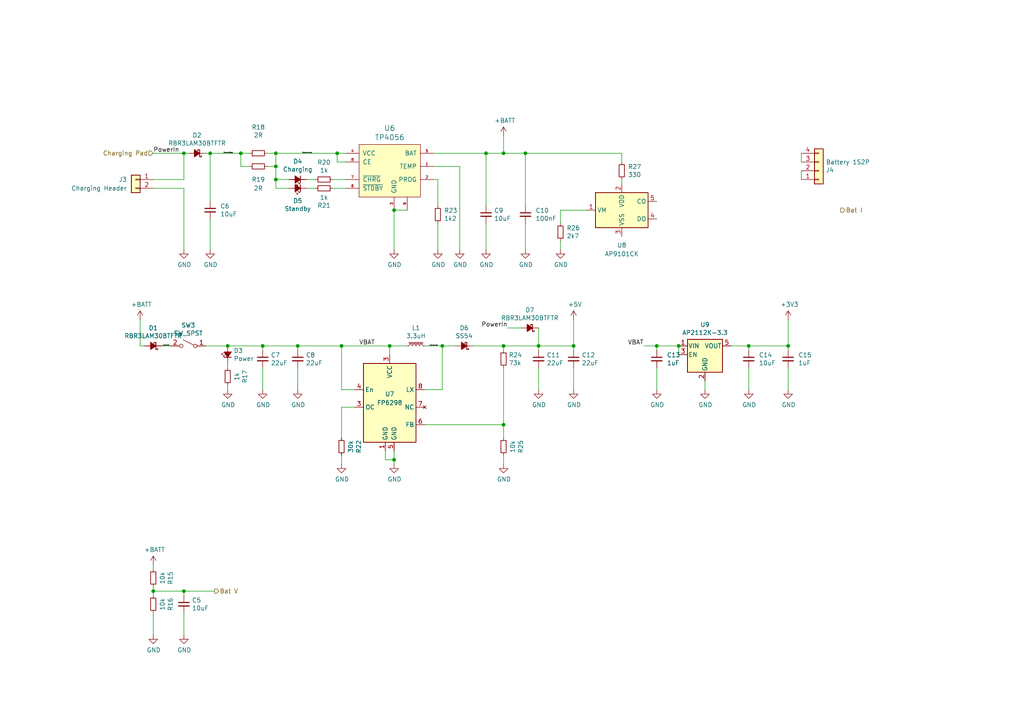
<source format=kicad_sch>
(kicad_sch (version 20210621) (generator eeschema)
  (paper "A4")
  (title_block (title "Swarmbot") (date "2021-10-10") (company "Philip McGaw"))
  (lib_symbols
    (symbol "Battery_Management:AP9101CK"
      (property "Reference" "U" (at -7.62 6.35 0))
      (property "Value" "AP9101CK" (at 6.35 6.35 0))
      (symbol "AP9101CK_0_1"
        (rectangle (start -7.62 5.08) (end 7.62 -5.08) (stroke (width 0.254)) (fill (type background)))
      )
      (symbol "AP9101CK_1_1"
        (pin passive line (at -10.16 0 0) (length 2.54) (name "VM") (number "1"))
        (pin power_in line (at 0 7.62 270) (length 2.54) (name "VDD") (number "2"))
        (pin power_in line (at 0 -7.62 90) (length 2.54) (name "VSS") (number "3"))
        (pin output line (at 10.16 -2.54 180) (length 2.54) (name "DO") (number "4"))
        (pin output line (at 10.16 2.54 180) (length 2.54) (name "CO") (number "5"))
      )
    )
    (symbol "Connector_Generic:Conn_01x02" (pin_names (offset 1.016) hide)
      (property "Reference" "J" (at 0 2.54 0))
      (property "Value" "Conn_01x02" (at 0 -5.08 0))
      (symbol "Conn_01x02_1_1"
        (rectangle (start -1.27 -2.413) (end 0 -2.667) (stroke (width 0.1524)))
        (rectangle (start -1.27 0.127) (end 0 -0.127) (stroke (width 0.1524)))
        (rectangle (start -1.27 1.27) (end 1.27 -3.81) (stroke (width 0.254)) (fill (type background)))
        (pin passive line (at -5.08 0 0) (length 3.81) (name "Pin_1") (number "1"))
        (pin passive line (at -5.08 -2.54 0) (length 3.81) (name "Pin_2") (number "2"))
      )
    )
    (symbol "Connector_Generic:Conn_01x04" (pin_names (offset 1.016) hide)
      (property "Reference" "J" (at 0 5.08 0))
      (property "Value" "Conn_01x04" (at 0 -7.62 0))
      (symbol "Conn_01x04_1_1"
        (rectangle (start -1.27 -4.953) (end 0 -5.207) (stroke (width 0.1524)))
        (rectangle (start -1.27 -2.413) (end 0 -2.667) (stroke (width 0.1524)))
        (rectangle (start -1.27 0.127) (end 0 -0.127) (stroke (width 0.1524)))
        (rectangle (start -1.27 2.667) (end 0 2.413) (stroke (width 0.1524)))
        (rectangle (start -1.27 3.81) (end 1.27 -6.35) (stroke (width 0.254)) (fill (type background)))
        (pin passive line (at -5.08 2.54 0) (length 3.81) (name "Pin_1") (number "1"))
        (pin passive line (at -5.08 0 0) (length 3.81) (name "Pin_2") (number "2"))
        (pin passive line (at -5.08 -2.54 0) (length 3.81) (name "Pin_3") (number "3"))
        (pin passive line (at -5.08 -5.08 0) (length 3.81) (name "Pin_4") (number "4"))
      )
    )
    (symbol "Device:C_Small" (pin_numbers hide) (pin_names (offset 0.254) hide)
      (property "Reference" "C" (at 0.254 1.778 0))
      (property "Value" "C_Small" (at 0.254 -2.032 0))
      (symbol "C_Small_0_1"
        (polyline (pts (xy -1.524 -0.508) (xy 1.524 -0.508)) (stroke (width 0.3302)))
        (polyline (pts (xy -1.524 0.508) (xy 1.524 0.508)) (stroke (width 0.3048)))
      )
      (symbol "C_Small_1_1"
        (pin passive line (at 0 2.54 270) (length 2.032) (name "~") (number "1"))
        (pin passive line (at 0 -2.54 90) (length 2.032) (name "~") (number "2"))
      )
    )
    (symbol "Device:D_Schottky_Small_ALT" (pin_numbers hide) (pin_names (offset 0.254) hide)
      (property "Reference" "D" (at -1.27 2.032 0))
      (property "Value" "Device_D_Schottky_Small_ALT" (at -7.112 -2.032 0))
      (symbol "D_Schottky_Small_ALT_0_1"
        (polyline (pts (xy -0.762 0) (xy 0.762 0)))
        (polyline (pts (xy -1.27 0.762) (xy -1.27 1.016) (xy -0.762 1.016) (xy -0.762 -1.016) (xy -0.254 -1.016) (xy -0.254 -0.762)) (stroke (width 0.254)))
        (polyline (pts (xy 0.762 -1.016) (xy -0.762 0) (xy 0.762 1.016) (xy 0.762 -1.016)) (stroke (width 0.254)) (fill (type outline)))
      )
      (symbol "D_Schottky_Small_ALT_1_1"
        (pin passive line (at -2.54 0 0) (length 1.778) (name "K") (number "1"))
        (pin passive line (at 2.54 0 180) (length 1.778) (name "A") (number "2"))
      )
    )
    (symbol "Device:LED_Small_ALT" (pin_numbers hide) (pin_names (offset 0.254) hide)
      (property "Reference" "D" (at -1.27 3.175 0))
      (property "Value" "Device_LED_Small_ALT" (at -4.445 -2.54 0))
      (symbol "LED_Small_ALT_0_1"
        (polyline (pts (xy -0.762 -1.016) (xy -0.762 1.016)) (stroke (width 0.254)))
        (polyline (pts (xy 1.016 0) (xy -0.762 0)))
        (polyline (pts (xy 0 0.762) (xy -0.508 1.27) (xy -0.254 1.27) (xy -0.508 1.27) (xy -0.508 1.016)))
        (polyline (pts (xy 0.508 1.27) (xy 0 1.778) (xy 0.254 1.778) (xy 0 1.778) (xy 0 1.524)))
        (polyline (pts (xy 0.762 -1.016) (xy -0.762 0) (xy 0.762 1.016) (xy 0.762 -1.016)) (stroke (width 0.254)) (fill (type outline)))
      )
      (symbol "LED_Small_ALT_1_1"
        (pin passive line (at -2.54 0 0) (length 1.778) (name "K") (number "1"))
        (pin passive line (at 2.54 0 180) (length 1.778) (name "A") (number "2"))
      )
    )
    (symbol "Device:L_Core_Iron_Small" (pin_numbers hide) (pin_names (offset 0.254) hide)
      (property "Reference" "L" (at 1.27 1.016 0))
      (property "Value" "Device_L_Core_Iron_Small" (at 1.27 -1.27 0))
      (symbol "L_Core_Iron_Small_0_1"
        (arc (start 0 -2.032) (end 0 -1.016) (radius (at 0 -1.524) (length 0.508) (angles -89.9 89.9)))
        (arc (start 0 -1.016) (end 0 0) (radius (at 0 -0.508) (length 0.508) (angles -89.9 89.9)))
        (arc (start 0 0) (end 0 1.016) (radius (at 0 0.508) (length 0.508) (angles -89.9 89.9)))
        (arc (start 0 1.016) (end 0 2.032) (radius (at 0 1.524) (length 0.508) (angles -89.9 89.9)))
        (polyline (pts (xy 0.762 2.032) (xy 0.762 -2.032)))
        (polyline (pts (xy 1.016 -2.032) (xy 1.016 2.032)))
      )
      (symbol "L_Core_Iron_Small_1_1"
        (pin passive line (at 0 2.54 270) (length 0.508) (name "~") (number "1"))
        (pin passive line (at 0 -2.54 90) (length 0.508) (name "~") (number "2"))
      )
    )
    (symbol "Device:R_Small" (pin_numbers hide) (pin_names (offset 0.254) hide)
      (property "Reference" "R" (at 0.762 0.508 0))
      (property "Value" "R_Small" (at 0.762 -1.016 0))
      (symbol "R_Small_0_1"
        (rectangle (start -0.762 1.778) (end 0.762 -1.778) (stroke (width 0.2032)))
      )
      (symbol "R_Small_1_1"
        (pin passive line (at 0 2.54 270) (length 0.762) (name "~") (number "1"))
        (pin passive line (at 0 -2.54 90) (length 0.762) (name "~") (number "2"))
      )
    )
    (symbol "FP6298:FP6298"
      (property "Reference" "U" (at -8.89 -8.89 0))
      (property "Value" "FP6298" (at -8.89 -11.43 0))
      (symbol "FP6298_0_1"
        (rectangle (start -7.62 -12.7) (end 7.62 10.16) (stroke (width 0.254)) (fill (type background)))
      )
      (symbol "FP6298_1_1"
        (pin power_in line (at -1.27 -15.24 90) (length 2.54) (name "GND") (number "1"))
        (pin input line (at -10.16 -2.54 0) (length 2.54) (name "OC") (number "3"))
        (pin power_in line (at 0 12.7 270) (length 2.54) (name "VCC") (number "3"))
        (pin input line (at -10.16 2.54 0) (length 2.54) (name "En") (number "4"))
        (pin power_in line (at 1.27 -15.24 90) (length 2.54) (name "GND") (number "5"))
        (pin output line (at 10.16 -7.62 180) (length 2.54) (name "FB") (number "6"))
        (pin no_connect line (at 10.16 -2.54 180) (length 2.54) (name "NC") (number "7"))
        (pin output line (at 10.16 2.54 180) (length 2.54) (name "LX") (number "8"))
      )
    )
    (symbol "Regulator_Linear:AP2112K-3.3" (pin_names (offset 0.254))
      (property "Reference" "U" (at -5.08 5.715 0))
      (property "Value" "AP2112K-3.3" (at 0 5.715 0))
      (symbol "AP2112K-3.3_0_1"
        (rectangle (start -5.08 4.445) (end 5.08 -5.08) (stroke (width 0.254)) (fill (type background)))
      )
      (symbol "AP2112K-3.3_1_1"
        (pin power_in line (at -7.62 2.54 0) (length 2.54) (name "VIN") (number "1"))
        (pin power_in line (at 0 -7.62 90) (length 2.54) (name "GND") (number "2"))
        (pin input line (at -7.62 0 0) (length 2.54) (name "EN") (number "3"))
        (pin no_connect line (at 5.08 0 180) (length 2.54) hide (name "NC") (number "4"))
        (pin power_out line (at 7.62 2.54 180) (length 2.54) (name "VOUT") (number "5"))
      )
    )
    (symbol "Switch:SW_SPST" (pin_names (offset 0) hide)
      (property "Reference" "SW" (at 0 3.175 0))
      (property "Value" "SW_SPST" (at 0 -2.54 0))
      (symbol "SW_SPST_0_0"
        (circle (center -2.032 0) (radius 0.508))
        (circle (center 2.032 0) (radius 0.508))
        (polyline (pts (xy -1.524 0.254) (xy 1.524 1.778)))
      )
      (symbol "SW_SPST_1_1"
        (pin passive line (at -5.08 0 0) (length 2.54) (name "A") (number "1"))
        (pin passive line (at 5.08 0 180) (length 2.54) (name "B") (number "2"))
      )
    )
    (symbol "TP4056:TP4056" (pin_names (offset 1.016))
      (property "Reference" "U4" (at 0 13.6398 0))
      (property "Value" "TP4056" (at 0 10.9474 0))
      (symbol "TP4056_0_1"
        (rectangle (start -8.89 8.89) (end 8.89 -6.35) (fill (type background)))
      )
      (symbol "TP4056_1_1"
        (pin passive line (at 12.7 2.54 180) (length 3.81) (name "TEMP") (number "1"))
        (pin passive line (at 12.7 -1.27 180) (length 3.81) (name "PROG") (number "2"))
        (pin power_in line (at 1.27 -10.16 90) (length 3.81) (name "GND") (number "3"))
        (pin power_in line (at -12.7 6.35 0) (length 3.81) (name "VCC") (number "4"))
        (pin power_out line (at 12.7 6.35 180) (length 3.81) (name "BAT") (number "5"))
        (pin open_collector line (at -12.7 -3.81 0) (length 3.81) (name "~{STDBY}") (number "6"))
        (pin open_collector line (at -12.7 -1.27 0) (length 3.81) (name "~{CHRG}") (number "7"))
        (pin input line (at -12.7 3.81 0) (length 3.81) (name "CE") (number "8"))
        (pin power_in line (at 5.08 -10.16 90) (length 3.81) (name "~") (number "9"))
      )
    )
    (symbol "power:+3V3" (power) (pin_names (offset 0))
      (property "Value" "+3V3" (at 0 3.556 0))
      (symbol "+3V3_0_1"
        (polyline (pts (xy -0.762 1.27) (xy 0 2.54)))
        (polyline (pts (xy 0 0) (xy 0 2.54)))
        (polyline (pts (xy 0 2.54) (xy 0.762 1.27)))
      )
      (symbol "+3V3_1_1"
        (pin power_in line (at 0 0 90) (length 0) hide (name "+3V3") (number "1"))
      )
    )
    (symbol "power:+5V" (power) (pin_names (offset 0))
      (property "Value" "+5V" (at 0 3.556 0))
      (symbol "+5V_0_1"
        (polyline (pts (xy -0.762 1.27) (xy 0 2.54)))
        (polyline (pts (xy 0 0) (xy 0 2.54)))
        (polyline (pts (xy 0 2.54) (xy 0.762 1.27)))
      )
      (symbol "+5V_1_1"
        (pin power_in line (at 0 0 90) (length 0) hide (name "+5V") (number "1"))
      )
    )
    (symbol "power:+BATT" (power) (pin_names (offset 0))
      (property "Value" "+BATT" (at 0 3.556 0))
      (symbol "+BATT_0_1"
        (polyline (pts (xy -0.762 1.27) (xy 0 2.54)))
        (polyline (pts (xy 0 0) (xy 0 2.54)))
        (polyline (pts (xy 0 2.54) (xy 0.762 1.27)))
      )
      (symbol "+BATT_1_1"
        (pin power_in line (at 0 0 90) (length 0) hide (name "+BATT") (number "1"))
      )
    )
    (symbol "power:GND" (power) (pin_names (offset 0))
      (property "Value" "GND" (at 0 -3.81 0))
      (symbol "GND_0_1"
        (polyline (pts (xy 0 0) (xy 0 -1.27) (xy 1.27 -1.27) (xy 0 -2.54) (xy -1.27 -1.27) (xy 0 -1.27)))
      )
      (symbol "GND_1_1"
        (pin power_in line (at 0 0 270) (length 0) hide (name "GND") (number "1"))
      )
    )
  )
  (junction (at 44.45 171.45))
  (junction (at 53.34 44.45))
  (junction (at 53.34 171.45))
  (junction (at 60.96 44.45))
  (junction (at 66.04 100.33))
  (junction (at 69.85 44.45))
  (junction (at 76.2 100.33))
  (junction (at 80.01 44.45))
  (junction (at 80.01 48.26))
  (junction (at 80.01 52.07))
  (junction (at 86.36 100.33))
  (junction (at 97.79 44.45))
  (junction (at 99.06 100.33))
  (junction (at 113.03 100.33))
  (junction (at 114.3 60.96))
  (junction (at 114.3 133.35))
  (junction (at 128.27 100.33))
  (junction (at 140.97 44.45))
  (junction (at 146.05 44.45))
  (junction (at 146.05 100.33))
  (junction (at 146.05 123.19))
  (junction (at 152.4 44.45))
  (junction (at 156.21 100.33))
  (junction (at 166.37 100.33))
  (junction (at 190.5 100.33))
  (junction (at 196.85 100.33))
  (junction (at 217.17 100.33))
  (junction (at 228.6 100.33))
  (wire (pts (xy 40.64 92.71) (xy 40.64 100.33)))
  (wire (pts (xy 40.64 100.33) (xy 41.91 100.33)))
  (wire (pts (xy 44.45 44.45) (xy 53.34 44.45)))
  (wire (pts (xy 44.45 54.61) (xy 53.34 54.61)))
  (wire (pts (xy 44.45 163.83) (xy 44.45 165.1)))
  (wire (pts (xy 44.45 170.18) (xy 44.45 171.45)))
  (wire (pts (xy 44.45 171.45) (xy 44.45 172.72)))
  (wire (pts (xy 44.45 171.45) (xy 53.34 171.45)))
  (wire (pts (xy 44.45 177.8) (xy 44.45 184.15)))
  (wire (pts (xy 46.99 100.33) (xy 49.53 100.33)))
  (wire (pts (xy 53.34 44.45) (xy 53.34 52.07)))
  (wire (pts (xy 53.34 52.07) (xy 44.45 52.07)))
  (wire (pts (xy 53.34 54.61) (xy 53.34 72.39)))
  (wire (pts (xy 53.34 171.45) (xy 62.23 171.45)))
  (wire (pts (xy 53.34 172.72) (xy 53.34 171.45)))
  (wire (pts (xy 53.34 184.15) (xy 53.34 177.8)))
  (wire (pts (xy 54.61 44.45) (xy 53.34 44.45)))
  (wire (pts (xy 59.69 44.45) (xy 60.96 44.45)))
  (wire (pts (xy 59.69 100.33) (xy 66.04 100.33)))
  (wire (pts (xy 60.96 44.45) (xy 60.96 58.42)))
  (wire (pts (xy 60.96 44.45) (xy 69.85 44.45)))
  (wire (pts (xy 60.96 63.5) (xy 60.96 72.39)))
  (wire (pts (xy 66.04 100.33) (xy 76.2 100.33)))
  (wire (pts (xy 66.04 105.41) (xy 66.04 106.68)))
  (wire (pts (xy 66.04 111.76) (xy 66.04 113.03)))
  (wire (pts (xy 69.85 44.45) (xy 72.39 44.45)))
  (wire (pts (xy 69.85 48.26) (xy 69.85 44.45)))
  (wire (pts (xy 69.85 48.26) (xy 72.39 48.26)))
  (wire (pts (xy 76.2 100.33) (xy 76.2 101.6)))
  (wire (pts (xy 76.2 113.03) (xy 76.2 106.68)))
  (wire (pts (xy 77.47 44.45) (xy 80.01 44.45)))
  (wire (pts (xy 77.47 48.26) (xy 80.01 48.26)))
  (wire (pts (xy 80.01 44.45) (xy 97.79 44.45)))
  (wire (pts (xy 80.01 48.26) (xy 80.01 44.45)))
  (wire (pts (xy 80.01 52.07) (xy 80.01 48.26)))
  (wire (pts (xy 80.01 54.61) (xy 80.01 52.07)))
  (wire (pts (xy 83.82 52.07) (xy 80.01 52.07)))
  (wire (pts (xy 83.82 54.61) (xy 80.01 54.61)))
  (wire (pts (xy 86.36 100.33) (xy 76.2 100.33)))
  (wire (pts (xy 86.36 100.33) (xy 86.36 101.6)))
  (wire (pts (xy 86.36 100.33) (xy 99.06 100.33)))
  (wire (pts (xy 86.36 113.03) (xy 86.36 106.68)))
  (wire (pts (xy 91.44 52.07) (xy 88.9 52.07)))
  (wire (pts (xy 91.44 54.61) (xy 88.9 54.61)))
  (wire (pts (xy 97.79 46.99) (xy 97.79 44.45)))
  (wire (pts (xy 99.06 113.03) (xy 99.06 100.33)))
  (wire (pts (xy 99.06 118.11) (xy 102.87 118.11)))
  (wire (pts (xy 99.06 127) (xy 99.06 118.11)))
  (wire (pts (xy 99.06 134.62) (xy 99.06 132.08)))
  (wire (pts (xy 100.33 44.45) (xy 97.79 44.45)))
  (wire (pts (xy 100.33 46.99) (xy 97.79 46.99)))
  (wire (pts (xy 100.33 52.07) (xy 96.52 52.07)))
  (wire (pts (xy 100.33 54.61) (xy 96.52 54.61)))
  (wire (pts (xy 102.87 113.03) (xy 99.06 113.03)))
  (wire (pts (xy 111.76 130.81) (xy 111.76 133.35)))
  (wire (pts (xy 111.76 133.35) (xy 114.3 133.35)))
  (wire (pts (xy 113.03 100.33) (xy 99.06 100.33)))
  (wire (pts (xy 113.03 102.87) (xy 113.03 100.33)))
  (wire (pts (xy 114.3 60.96) (xy 114.3 72.39)))
  (wire (pts (xy 114.3 133.35) (xy 114.3 130.81)))
  (wire (pts (xy 114.3 134.62) (xy 114.3 133.35)))
  (wire (pts (xy 118.11 60.96) (xy 114.3 60.96)))
  (wire (pts (xy 118.11 100.33) (xy 113.03 100.33)))
  (wire (pts (xy 123.19 113.03) (xy 128.27 113.03)))
  (wire (pts (xy 125.73 48.26) (xy 133.35 48.26)))
  (wire (pts (xy 125.73 52.07) (xy 127 52.07)))
  (wire (pts (xy 127 52.07) (xy 127 59.69)))
  (wire (pts (xy 127 64.77) (xy 127 72.39)))
  (wire (pts (xy 128.27 100.33) (xy 123.19 100.33)))
  (wire (pts (xy 128.27 113.03) (xy 128.27 100.33)))
  (wire (pts (xy 132.08 100.33) (xy 128.27 100.33)))
  (wire (pts (xy 133.35 48.26) (xy 133.35 72.39)))
  (wire (pts (xy 137.16 100.33) (xy 146.05 100.33)))
  (wire (pts (xy 140.97 44.45) (xy 125.73 44.45)))
  (wire (pts (xy 140.97 59.69) (xy 140.97 44.45)))
  (wire (pts (xy 140.97 72.39) (xy 140.97 64.77)))
  (wire (pts (xy 146.05 39.37) (xy 146.05 44.45)))
  (wire (pts (xy 146.05 44.45) (xy 140.97 44.45)))
  (wire (pts (xy 146.05 44.45) (xy 152.4 44.45)))
  (wire (pts (xy 146.05 100.33) (xy 156.21 100.33)))
  (wire (pts (xy 146.05 101.6) (xy 146.05 100.33)))
  (wire (pts (xy 146.05 106.68) (xy 146.05 123.19)))
  (wire (pts (xy 146.05 123.19) (xy 123.19 123.19)))
  (wire (pts (xy 146.05 127) (xy 146.05 123.19)))
  (wire (pts (xy 146.05 134.62) (xy 146.05 132.08)))
  (wire (pts (xy 147.193 95.123) (xy 151.13 95.123)))
  (wire (pts (xy 152.4 44.45) (xy 152.4 59.69)))
  (wire (pts (xy 152.4 44.45) (xy 180.34 44.45)))
  (wire (pts (xy 152.4 64.77) (xy 152.4 72.39)))
  (wire (pts (xy 156.21 95.123) (xy 156.21 100.33)))
  (wire (pts (xy 156.21 100.33) (xy 156.21 101.6)))
  (wire (pts (xy 156.21 100.33) (xy 166.37 100.33)))
  (wire (pts (xy 156.21 113.03) (xy 156.21 106.68)))
  (wire (pts (xy 162.56 60.96) (xy 162.56 64.77)))
  (wire (pts (xy 162.56 60.96) (xy 170.18 60.96)))
  (wire (pts (xy 162.56 69.85) (xy 162.56 72.39)))
  (wire (pts (xy 166.37 92.71) (xy 166.37 100.33)))
  (wire (pts (xy 166.37 101.6) (xy 166.37 100.33)))
  (wire (pts (xy 166.37 113.03) (xy 166.37 106.68)))
  (wire (pts (xy 180.34 44.45) (xy 180.34 46.99)))
  (wire (pts (xy 180.34 52.07) (xy 180.34 53.34)))
  (wire (pts (xy 186.69 100.33) (xy 190.5 100.33)))
  (wire (pts (xy 190.5 100.33) (xy 190.5 101.6)))
  (wire (pts (xy 190.5 100.33) (xy 196.85 100.33)))
  (wire (pts (xy 190.5 106.68) (xy 190.5 113.03)))
  (wire (pts (xy 196.85 102.87) (xy 196.85 100.33)))
  (wire (pts (xy 204.47 110.49) (xy 204.47 113.03)))
  (wire (pts (xy 212.09 100.33) (xy 217.17 100.33)))
  (wire (pts (xy 217.17 100.33) (xy 217.17 101.6)))
  (wire (pts (xy 217.17 100.33) (xy 228.6 100.33)))
  (wire (pts (xy 217.17 106.68) (xy 217.17 113.03)))
  (wire (pts (xy 228.6 92.71) (xy 228.6 100.33)))
  (wire (pts (xy 228.6 100.33) (xy 228.6 101.6)))
  (wire (pts (xy 228.6 106.68) (xy 228.6 113.03)))
  (wire (pts (xy 232.41 44.45) (xy 232.41 46.99)))
  (wire (pts (xy 232.41 49.53) (xy 232.41 52.07)))
  (label "PowerIn" (at 44.45 44.45 0))
  (label "+BatDiode" (at 46.99 100.33 0) (effects (font (size 0.27 0.27))))
  (label "PowerInDiode" (at 64.77 44.45 0) (effects (font (size 0.27 0.27))))
  (label "PowerInInrush" (at 87.63 44.45 0) (effects (font (size 0.27 0.27))))
  (label "VBAT" (at 104.14 100.33 0))
  (label "vbatInductor" (at 124.46 100.33 0) (effects (font (size 0.27 0.27))))
  (label "PowerIn" (at 147.193 95.123 180))
  (label "VBAT" (at 186.69 100.33 180))
  (hierarchical_label "Charging Pad" (shape input) (at 44.4246 44.4246 180))
  (hierarchical_label "Bat V" (shape output) (at 62.23 171.45 0))
  (hierarchical_label "Bat I" (shape output) (at 243.84 60.96 0))
  (symbol (lib_id "power:+BATT") (at 40.64 92.71 0) (unit 1)
    (property "Reference" "#PWR025" (effects hide))
    (property "Value" "+BATT" (at 41.021 88.3158 0))
  )
  (symbol (lib_id "power:+BATT") (at 44.45 163.83 0) (unit 1)
    (property "Reference" "#PWR026" (effects hide))
    (property "Value" "+BATT" (at 44.831 159.4358 0))
  )
  (symbol (lib_id "power:+BATT") (at 146.05 39.37 0) (unit 1)
    (property "Reference" "#PWR040" (effects hide))
    (property "Value" "+BATT" (at 146.431 34.9758 0))
  )
  (symbol (lib_id "power:+5V") (at 166.37 92.71 0) (unit 1)
    (property "Reference" "#PWR045" (effects hide))
    (property "Value" "+5V" (at 166.751 88.3158 0))
  )
  (symbol (lib_id "power:+3V3") (at 228.6 92.71 0) (unit 1)
    (property "Reference" "#PWR050" (effects hide))
    (property "Value" "+3V3" (at 228.981 88.3158 0))
  )
  (symbol (lib_id "power:GND") (at 44.45 184.15 0) (unit 1)
    (property "Reference" "#PWR027" (effects hide))
    (property "Value" "GND" (at 44.577 188.5442 0))
  )
  (symbol (lib_id "power:GND") (at 53.34 72.39 0) (unit 1)
    (property "Reference" "#PWR028" (effects hide))
    (property "Value" "GND" (at 53.467 76.7842 0))
  )
  (symbol (lib_id "power:GND") (at 53.34 184.15 0) (unit 1)
    (property "Reference" "#PWR029" (effects hide))
    (property "Value" "GND" (at 53.467 188.5442 0))
  )
  (symbol (lib_id "power:GND") (at 60.96 72.39 0) (unit 1)
    (property "Reference" "#PWR030" (effects hide))
    (property "Value" "GND" (at 61.087 76.7842 0))
  )
  (symbol (lib_id "power:GND") (at 66.04 113.03 0) (unit 1)
    (property "Reference" "#PWR031" (effects hide))
    (property "Value" "GND" (at 66.167 117.4242 0))
  )
  (symbol (lib_id "power:GND") (at 76.2 113.03 0) (unit 1)
    (property "Reference" "#PWR032" (effects hide))
    (property "Value" "GND" (at 76.327 117.4242 0))
  )
  (symbol (lib_id "power:GND") (at 86.36 113.03 0) (unit 1)
    (property "Reference" "#PWR033" (effects hide))
    (property "Value" "GND" (at 86.487 117.4242 0))
  )
  (symbol (lib_id "power:GND") (at 99.06 134.62 0) (unit 1)
    (property "Reference" "#PWR034" (effects hide))
    (property "Value" "GND" (at 99.187 139.0142 0))
  )
  (symbol (lib_id "power:GND") (at 114.3 72.39 0) (unit 1)
    (property "Reference" "#PWR035" (effects hide))
    (property "Value" "GND" (at 114.427 76.7842 0))
  )
  (symbol (lib_id "power:GND") (at 114.3 134.62 0) (unit 1)
    (property "Reference" "#PWR036" (effects hide))
    (property "Value" "GND" (at 114.427 139.0142 0))
  )
  (symbol (lib_id "power:GND") (at 127 72.39 0) (unit 1)
    (property "Reference" "#PWR037" (effects hide))
    (property "Value" "GND" (at 127.127 76.7842 0))
  )
  (symbol (lib_id "power:GND") (at 133.35 72.39 0) (unit 1)
    (property "Reference" "#PWR038" (effects hide))
    (property "Value" "GND" (at 133.477 76.7842 0))
  )
  (symbol (lib_id "power:GND") (at 140.97 72.39 0) (unit 1)
    (property "Reference" "#PWR039" (effects hide))
    (property "Value" "GND" (at 141.097 76.7842 0))
  )
  (symbol (lib_id "power:GND") (at 146.05 134.62 0) (unit 1)
    (property "Reference" "#PWR041" (effects hide))
    (property "Value" "GND" (at 146.177 139.0142 0))
  )
  (symbol (lib_id "power:GND") (at 152.4 72.39 0) (unit 1)
    (property "Reference" "#PWR042" (effects hide))
    (property "Value" "GND" (at 152.527 76.7842 0))
  )
  (symbol (lib_id "power:GND") (at 156.21 113.03 0) (unit 1)
    (property "Reference" "#PWR043" (effects hide))
    (property "Value" "GND" (at 156.337 117.4242 0))
  )
  (symbol (lib_id "power:GND") (at 162.56 72.39 0) (unit 1)
    (property "Reference" "#PWR044" (effects hide))
    (property "Value" "GND" (at 162.687 76.7842 0))
  )
  (symbol (lib_id "power:GND") (at 166.37 113.03 0) (unit 1)
    (property "Reference" "#PWR046" (effects hide))
    (property "Value" "GND" (at 166.497 117.4242 0))
  )
  (symbol (lib_id "power:GND") (at 190.5 113.03 0) (unit 1)
    (property "Reference" "#PWR047" (effects hide))
    (property "Value" "GND" (at 190.627 117.4242 0))
  )
  (symbol (lib_id "power:GND") (at 204.47 113.03 0) (unit 1)
    (property "Reference" "#PWR048" (effects hide))
    (property "Value" "GND" (at 204.597 117.4242 0))
  )
  (symbol (lib_id "power:GND") (at 217.17 113.03 0) (unit 1)
    (property "Reference" "#PWR049" (effects hide))
    (property "Value" "GND" (at 217.297 117.4242 0))
  )
  (symbol (lib_id "power:GND") (at 228.6 113.03 0) (unit 1)
    (property "Reference" "#PWR051" (effects hide))
    (property "Value" "GND" (at 228.727 117.4242 0))
  )
  (symbol (lib_id "Device:L_Core_Iron_Small") (at 120.65 100.33 90) (unit 1)
    (property "Reference" "L1" (at 120.65 95.123 90))
    (property "Value" "3.3uH" (at 120.65 97.4344 90))
    (property "Footprint" "Inductor_SMD:L_6.3x6.3_H3" (effects hide))
    (property "Farnell" "2530098" (effects hide))
  )
  (symbol (lib_id "Device:R_Small") (at 44.45 167.64 180) (unit 1)
    (property "Reference" "R15" (at 49.4284 167.64 90))
    (property "Value" "10k" (at 47.117 167.64 90))
    (property "Footprint" "Resistor_SMD:R_0805_2012Metric_Pad1.20x1.40mm_HandSolder" (effects hide))
  )
  (symbol (lib_id "Device:R_Small") (at 44.45 175.26 180) (unit 1)
    (property "Reference" "R16" (at 49.4284 175.26 90))
    (property "Value" "10k" (at 47.117 175.26 90))
    (property "Footprint" "Resistor_SMD:R_0805_2012Metric_Pad1.20x1.40mm_HandSolder" (effects hide))
  )
  (symbol (lib_id "Device:R_Small") (at 66.04 109.22 180) (unit 1)
    (property "Reference" "R17" (at 71.0184 109.22 90))
    (property "Value" "1k" (at 68.707 109.22 90))
    (property "Footprint" "Resistor_SMD:R_0805_2012Metric_Pad1.20x1.40mm_HandSolder" (effects hide))
  )
  (symbol (lib_id "Device:R_Small") (at 74.93 44.45 270) (unit 1)
    (property "Reference" "R18" (at 74.93 36.9062 90))
    (property "Value" "2R" (at 74.93 39.2176 90))
    (property "Footprint" "Resistor_SMD:R_0805_2012Metric_Pad1.20x1.40mm_HandSolder" (effects hide))
    (property "Note:" "This is a current limiting resistor, 1 Ω limites the current to about 1.25 A." (effects hide))
  )
  (symbol (lib_id "Device:R_Small") (at 74.93 48.26 270) (unit 1)
    (property "Reference" "R19" (at 74.93 52.07 90))
    (property "Value" "2R" (at 74.93 54.61 90))
    (property "Footprint" "Resistor_SMD:R_0805_2012Metric_Pad1.20x1.40mm_HandSolder" (effects hide))
    (property "Note:" "This is a current limiting resistor, 1 Ω limites the current to about 1.25 A." (effects hide))
  )
  (symbol (lib_id "Device:R_Small") (at 93.98 52.07 270) (unit 1)
    (property "Reference" "R20" (at 93.98 47.0916 90))
    (property "Value" "1k" (at 93.98 49.403 90))
    (property "Footprint" "Resistor_SMD:R_0805_2012Metric_Pad1.20x1.40mm_HandSolder" (effects hide))
  )
  (symbol (lib_id "Device:R_Small") (at 93.98 54.61 90) (unit 1)
    (property "Reference" "R21" (at 93.98 59.5884 90))
    (property "Value" "1k" (at 93.98 57.277 90))
    (property "Footprint" "Resistor_SMD:R_0805_2012Metric_Pad1.20x1.40mm_HandSolder" (effects hide))
  )
  (symbol (lib_id "Device:R_Small") (at 99.06 129.54 180) (unit 1)
    (property "Reference" "R22" (at 104.0384 129.54 90))
    (property "Value" "30k" (at 101.727 129.54 90))
    (property "Footprint" "Resistor_SMD:R_0805_2012Metric_Pad1.20x1.40mm_HandSolder" (effects hide))
  )
  (symbol (lib_id "Device:R_Small") (at 127 62.23 180) (unit 1)
    (property "Reference" "R23" (at 128.778 61.0616 0) (effects (justify right)))
    (property "Value" "1k2" (at 128.778 63.373 0) (effects (justify right)))
    (property "Footprint" "Resistor_SMD:R_0805_2012Metric_Pad1.20x1.40mm_HandSolder" (effects hide))
  )
  (symbol (lib_id "Device:R_Small") (at 146.05 104.14 180) (unit 1)
    (property "Reference" "R24" (at 147.5486 102.9716 0) (effects (justify right)))
    (property "Value" "73k" (at 147.5486 105.283 0) (effects (justify right)))
    (property "Footprint" "Resistor_SMD:R_0805_2012Metric_Pad1.20x1.40mm_HandSolder" (effects hide))
  )
  (symbol (lib_id "Device:R_Small") (at 146.05 129.54 180) (unit 1)
    (property "Reference" "R25" (at 151.0284 129.54 90))
    (property "Value" "10k" (at 148.717 129.54 90))
    (property "Footprint" "Resistor_SMD:R_0805_2012Metric_Pad1.20x1.40mm_HandSolder" (effects hide))
  )
  (symbol (lib_id "Device:R_Small") (at 162.56 67.31 180) (unit 1)
    (property "Reference" "R26" (at 164.338 66.1416 0) (effects (justify right)))
    (property "Value" "2k7" (at 164.338 68.453 0) (effects (justify right)))
    (property "Footprint" "Resistor_SMD:R_0805_2012Metric_Pad1.20x1.40mm_HandSolder" (effects hide))
  )
  (symbol (lib_id "Device:R_Small") (at 180.34 49.53 180) (unit 1)
    (property "Reference" "R27" (at 182.118 48.3616 0) (effects (justify right)))
    (property "Value" "330" (at 182.118 50.673 0) (effects (justify right)))
    (property "Footprint" "Resistor_SMD:R_0805_2012Metric_Pad1.20x1.40mm_HandSolder" (effects hide))
  )
  (symbol (lib_id "Device:D_Schottky_Small_ALT") (at 44.45 100.33 180) (unit 1)
    (property "Reference" "D1" (at 44.45 95.123 0))
    (property "Value" "RBR3LAM30BTFTR" (at 44.45 97.4344 0))
    (property "Footprint" "Diode_SMD:D_SOD-128" (effects hide))
    (property "Datasheet" "https://www.farnell.com/datasheets/2328795.pdf" (effects hide))
    (property "Farnell" "2772718" (effects hide))
  )
  (symbol (lib_id "Device:D_Schottky_Small_ALT") (at 57.15 44.45 180) (unit 1)
    (property "Reference" "D2" (at 57.15 39.243 0))
    (property "Value" "RBR3LAM30BTFTR" (at 57.15 41.5544 0))
    (property "Footprint" "Diode_SMD:D_SOD-128" (effects hide))
    (property "Datasheet" "https://www.farnell.com/datasheets/2328795.pdf" (effects hide))
    (property "Farnell" "2772718" (effects hide))
  )
  (symbol (lib_id "Device:D_Schottky_Small_ALT") (at 134.62 100.33 180) (unit 1)
    (property "Reference" "D6" (at 134.62 95.123 0))
    (property "Value" "SS54" (at 134.62 97.4344 0))
    (property "Footprint" "Diode_SMD:D_SMC_Handsoldering" (effects hide))
    (property "Datasheet" "https://www.mouser.co.uk/datasheet/2/308/SS24-D-1772113.pdf" (effects hide))
  )
  (symbol (lib_id "Device:D_Schottky_Small_ALT") (at 153.67 95.123 180) (unit 1)
    (property "Reference" "D7" (at 153.67 89.916 0))
    (property "Value" "RBR3LAM30BTFTR" (at 153.67 92.2274 0))
    (property "Footprint" "Diode_SMD:D_SOD-128" (effects hide))
    (property "Datasheet" "https://www.farnell.com/datasheets/2328795.pdf" (effects hide))
    (property "Farnell" "2772718" (effects hide))
  )
  (symbol (lib_id "Device:LED_Small_ALT") (at 66.04 102.87 90) (unit 1)
    (property "Reference" "D3" (at 67.7672 101.7016 90) (effects (justify right)))
    (property "Value" "Power" (at 67.7672 104.013 90) (effects (justify right)))
    (property "Footprint" "LED_SMD:LED_0805_2012Metric_Pad1.15x1.40mm_HandSolder" (effects hide))
  )
  (symbol (lib_id "Device:LED_Small_ALT") (at 86.36 52.07 180) (unit 1)
    (property "Reference" "D4" (at 86.36 46.8122 0))
    (property "Value" "Charging" (at 86.36 49.1236 0))
    (property "Footprint" "LED_SMD:LED_0805_2012Metric_Pad1.15x1.40mm_HandSolder" (effects hide))
  )
  (symbol (lib_id "Device:LED_Small_ALT") (at 86.36 54.61 180) (unit 1)
    (property "Reference" "D5" (at 86.36 58.2422 0))
    (property "Value" "Standby" (at 86.36 60.5536 0))
    (property "Footprint" "LED_SMD:LED_0805_2012Metric_Pad1.15x1.40mm_HandSolder" (effects hide))
  )
  (symbol (lib_id "Device:C_Small") (at 53.34 175.26 0) (unit 1)
    (property "Reference" "C5" (at 55.6768 174.0916 0) (effects (justify left)))
    (property "Value" "10uF" (at 55.6768 176.403 0) (effects (justify left)))
    (property "Footprint" "Capacitor_SMD:C_0805_2012Metric_Pad1.18x1.45mm_HandSolder" (effects hide))
  )
  (symbol (lib_id "Device:C_Small") (at 60.96 60.96 0) (unit 1)
    (property "Reference" "C6" (at 63.881 59.7916 0) (effects (justify left)))
    (property "Value" "10uF" (at 63.881 62.103 0) (effects (justify left)))
    (property "Footprint" "Capacitor_SMD:C_0805_2012Metric_Pad1.18x1.45mm_HandSolder" (effects hide))
  )
  (symbol (lib_id "Device:C_Small") (at 76.2 104.14 0) (unit 1)
    (property "Reference" "C7" (at 78.5368 102.9716 0) (effects (justify left)))
    (property "Value" "22uF" (at 78.5368 105.283 0) (effects (justify left)))
    (property "Footprint" "Capacitor_SMD:C_0805_2012Metric_Pad1.18x1.45mm_HandSolder" (effects hide))
  )
  (symbol (lib_id "Device:C_Small") (at 86.36 104.14 0) (unit 1)
    (property "Reference" "C8" (at 88.6968 102.9716 0) (effects (justify left)))
    (property "Value" "22uF" (at 88.6968 105.283 0) (effects (justify left)))
    (property "Footprint" "Capacitor_SMD:C_0805_2012Metric_Pad1.18x1.45mm_HandSolder" (effects hide))
  )
  (symbol (lib_id "Device:C_Small") (at 140.97 62.23 0) (unit 1)
    (property "Reference" "C9" (at 143.3068 61.0616 0) (effects (justify left)))
    (property "Value" "10uF" (at 143.3068 63.373 0) (effects (justify left)))
    (property "Footprint" "Capacitor_SMD:C_0805_2012Metric_Pad1.18x1.45mm_HandSolder" (effects hide))
  )
  (symbol (lib_id "Device:C_Small") (at 152.4 62.23 0) (unit 1)
    (property "Reference" "C10" (at 155.321 61.0616 0) (effects (justify left)))
    (property "Value" "100nF" (at 155.321 63.373 0) (effects (justify left)))
    (property "Footprint" "Capacitor_SMD:C_0805_2012Metric_Pad1.18x1.45mm_HandSolder" (effects hide))
  )
  (symbol (lib_id "Device:C_Small") (at 156.21 104.14 0) (unit 1)
    (property "Reference" "C11" (at 158.5468 102.9716 0) (effects (justify left)))
    (property "Value" "22uF" (at 158.5468 105.283 0) (effects (justify left)))
    (property "Footprint" "Capacitor_SMD:C_0805_2012Metric_Pad1.18x1.45mm_HandSolder" (effects hide))
  )
  (symbol (lib_id "Device:C_Small") (at 166.37 104.14 0) (unit 1)
    (property "Reference" "C12" (at 168.7068 102.9716 0) (effects (justify left)))
    (property "Value" "22uF" (at 168.7068 105.283 0) (effects (justify left)))
    (property "Footprint" "Capacitor_SMD:C_0805_2012Metric_Pad1.18x1.45mm_HandSolder" (effects hide))
  )
  (symbol (lib_id "Device:C_Small") (at 190.5 104.14 0) (unit 1)
    (property "Reference" "C13" (at 193.421 102.9716 0) (effects (justify left)))
    (property "Value" "1uF" (at 193.421 105.283 0) (effects (justify left)))
    (property "Footprint" "Capacitor_SMD:C_0805_2012Metric_Pad1.18x1.45mm_HandSolder" (effects hide))
    (property "mpn" "MF-CAP-0603-1uF" (effects hide))
  )
  (symbol (lib_id "Device:C_Small") (at 217.17 104.14 0) (unit 1)
    (property "Reference" "C14" (at 220.091 102.9716 0) (effects (justify left)))
    (property "Value" "10uF" (at 220.091 105.283 0) (effects (justify left)))
    (property "Footprint" "Capacitor_SMD:C_0805_2012Metric_Pad1.18x1.45mm_HandSolder" (effects hide))
    (property "mpn" "MF-CAP-1206-10uF" (effects hide))
  )
  (symbol (lib_id "Device:C_Small") (at 228.6 104.14 0) (unit 1)
    (property "Reference" "C15" (at 231.521 102.9716 0) (effects (justify left)))
    (property "Value" "1uF" (at 231.521 105.283 0) (effects (justify left)))
    (property "Footprint" "Capacitor_SMD:C_0805_2012Metric_Pad1.18x1.45mm_HandSolder" (effects hide))
    (property "mpn" "MF-CAP-0603-1uF" (effects hide))
  )
  (symbol (lib_id "Switch:SW_SPST") (at 54.61 100.33 0) (mirror y) (unit 1)
    (property "Reference" "SW3" (at 54.61 94.361 0))
    (property "Value" "SW_SPST" (at 54.61 96.6724 0))
    (property "Footprint" "Button_Switch_SMD:SW_SPST_B3U-3000P-B" (effects hide))
  )
  (symbol (lib_id "Connector_Generic:Conn_01x02") (at 39.37 52.07 0) (mirror y) (unit 1)
    (property "Reference" "J3" (at 36.83 52.0699 0) (effects (justify left)))
    (property "Value" "Charging Header" (at 36.83 54.6099 0) (effects (justify left)))
    (property "Footprint" "Connector_JST:JST_XH_B2B-XH-AM_1x02_P2.50mm_Vertical" (effects hide))
  )
  (symbol (lib_id "Connector_Generic:Conn_01x04") (at 237.49 49.53 0) (mirror x) (unit 1)
    (property "Reference" "J4" (at 239.522 49.3268 0) (effects (justify left)))
    (property "Value" "Battery 1S2P" (at 239.522 47.0154 0) (effects (justify left)))
    (property "Footprint" "Connector_JST:JST_XH_B4B-XH-A_1x04_P2.50mm_Vertical" (effects hide))
  )
  (symbol (lib_id "Regulator_Linear:AP2112K-3.3") (at 204.47 102.87 0) (unit 1)
    (property "Reference" "U9" (at 204.47 94.1832 0))
    (property "Value" "AP2112K-3.3" (at 204.47 96.4946 0))
    (property "Footprint" "Package_TO_SOT_SMD:SOT-23-5" (effects hide))
    (property "Datasheet" "https://www.diodes.com/assets/Datasheets/AP2112.pdf" (effects hide))
    (property "mpn" "AP2112K-3.3TRG1" (effects hide))
  )
  (symbol (lib_id "Battery_Management:AP9101CK") (at 180.34 60.96 0) (unit 1)
    (property "Reference" "U8" (at 180.34 71.12 0))
    (property "Value" "AP9101CK" (at 180.34 73.66 0))
    (property "Footprint" "Package_TO_SOT_SMD:SOT-23-5" (effects hide))
    (property "Datasheet" "https://www.diodes.com/assets/Datasheets/AP9101C.pdf" (effects hide))
    (property "Farnell" "3483011" (effects hide))
  )
  (symbol (lib_id "TP4056:TP4056") (at 113.03 50.8 0) (unit 1)
    (property "Reference" "U6" (at 113.03 37.1602 0) (effects (font (size 1.524 1.524))))
    (property "Value" "TP4056" (at 113.03 39.8526 0) (effects (font (size 1.524 1.524))))
    (property "Footprint" "Package_SO:SOP-8-1EP_4.57x4.57mm_P1.27mm_EP4.57x4.45mm_ThermalVias" (effects hide))
  )
  (symbol (lib_id "FP6298:FP6298") (at 113.03 115.57 0) (unit 1)
    (property "Reference" "U7" (at 113.03 114.3 0))
    (property "Value" "FP6298" (at 113.03 116.84 0))
    (property "Datasheet" "https://datasheet.lcsc.com/szlcsc/1811141821_Feeling-Tech-FP6298XR-G1_C88319.pdf" (effects hide))
    (property "LCSC#" "C88319" (effects hide))
  )
)
</source>
